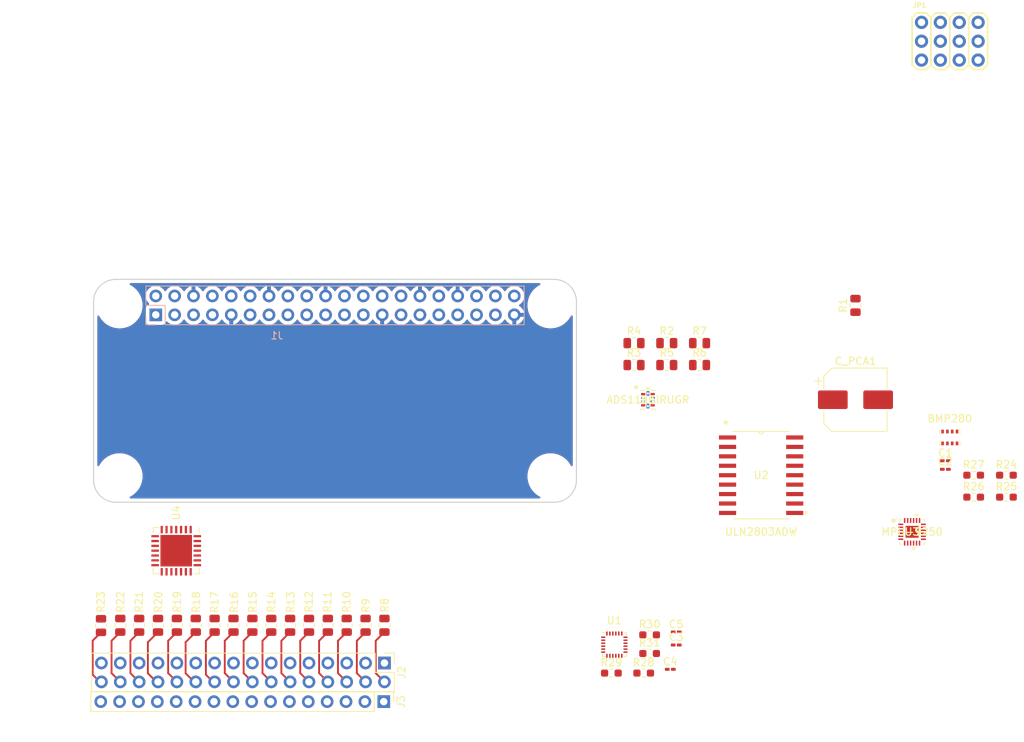
<source format=kicad_pcb>
(kicad_pcb (version 20211014) (generator pcbnew)
  (title_block (title "ArduPi") (date "2022-05-31") (rev "0.1") (comment 1 "This is based of OPAL reference design"))
  (layers (0 "F.Cu" signal) (31 "B.Cu" signal) (34 "B.Paste" user) (35 "F.Paste" user) (36 "B.SilkS" user "B.Silkscreen") (37 "F.SilkS" user "F.Silkscreen") (38 "B.Mask" user) (39 "F.Mask" user) (44 "Edge.Cuts" user))
  (net 0 "")
  (net 1 "+3V3")
  (net 2 "+5V")
  (net 3 "GND")
  (net 4 "/GPIO4_GPIO_GCLK")
  (net 5 "/GPIO14_TXD0")
  (net 6 "/GPIO15_RXD0")
  (net 7 "/GPIO17_GEN0")
  (net 8 "/GPIO18_GEN1")
  (net 9 "/GPIO27_GEN2")
  (net 10 "/GPIO22_GEN3")
  (net 11 "/GPIO23_GEN4")
  (net 12 "/GPIO24_GEN5")
  (net 13 "/GPIO25_GEN6")
  (net 14 "/ID_SD")
  (net 15 "/ID_SC")
  (net 16 "/GPIO5")
  (net 17 "/GPIO6")
  (net 18 "/GPIO12")
  (net 19 "/GPIO13")
  (net 20 "/GPIO19")
  (net 21 "/GPIO16")
  (net 22 "/GPIO26")
  (net 23 "/GPIO20")
  (net 24 "/GPIO21")
  (net 43 "Net-(U3-Pad1)")
  (net 50 "Net-(U3-Pad18)")
  (net 56 "Net-(J2-Pad1)")
  (net 64 "/SDA1")
  (net 65 "/SCL1")
  (net 66 "/PWM1")
  (net 67 "Net-(R5-Pad1)")
  (net 68 "/PWM2")
  (net 69 "Net-(R8-Pad2)")
  (net 70 "/PWM3")
  (net 71 "Net-(R9-Pad2)")
  (net 72 "/PWM4")
  (net 73 "Net-(R10-Pad2)")
  (net 74 "/PWM5")
  (net 75 "Net-(R11-Pad2)")
  (net 76 "/PWM6")
  (net 77 "Net-(R12-Pad2)")
  (net 78 "/PWM7")
  (net 79 "Net-(R13-Pad2)")
  (net 80 "/PWM8")
  (net 81 "Net-(R14-Pad2)")
  (net 82 "/PWM9")
  (net 83 "Net-(R15-Pad2)")
  (net 84 "/PWM10")
  (net 85 "Net-(R16-Pad2)")
  (net 86 "/PWM11")
  (net 87 "Net-(R17-Pad2)")
  (net 88 "/PWM12")
  (net 89 "Net-(R18-Pad2)")
  (net 90 "/PWM13")
  (net 91 "Net-(R19-Pad2)")
  (net 92 "/PWM14")
  (net 93 "Net-(R20-Pad2)")
  (net 94 "/PWM15")
  (net 95 "Net-(R21-Pad2)")
  (net 96 "/PWM16")
  (net 97 "Net-(R22-Pad2)")
  (net 98 "Net-(R1-Pad1)")
  (net 99 "Net-(R2-Pad1)")
  (net 100 "Net-(R3-Pad1)")
  (net 101 "Net-(R4-Pad1)")
  (net 102 "Net-(R6-Pad1)")
  (net 103 "Net-(R7-Pad1)")
  (net 104 "/+V_SRVO")
  (net 105 "Net-(J3-Pad1)")
  (net 106 "Net-(R23-Pad2)")
  (net 107 "/+3.3V")
  (net 108 "/SPI_CE1_N")
  (net 109 "/SPI_MOSI")
  (net 110 "/SPI_SCLK")
  (net 111 "/SPI_MISO")
  (net 112 "Net-(C3-Pad1)")
  (net 113 "/SPI_CE0_N")
  (footprint "lib:MountingHole_2.7mm_M2.5_uHAT_RPi" (layer "F.Cu") (at 121.032 94.568)
    (fp_text reference "H1" hide)
    (fp_text value "MountingHole" hide)
  )
  (footprint "lib:MountingHole_2.7mm_M2.5_uHAT_RPi" (layer "F.Cu") (at 179.032 94.568)
    (fp_text reference "H2" hide)
    (fp_text value "MountingHole" hide)
  )
  (footprint "lib:MountingHole_2.7mm_M2.5_uHAT_RPi" (layer "F.Cu") (at 179.032 117.568)
    (fp_text reference "H3" hide)
    (fp_text value "MountingHole" hide)
  )
  (footprint "lib:MountingHole_2.7mm_M2.5_uHAT_RPi" (layer "F.Cu") (at 121.032 117.568)
    (fp_text reference "H4" hide)
    (fp_text value "MountingHole" hide)
  )
  (footprint "Capacitor_SMD:C_0201_0603Metric_Pad0.64x0.40mm_HandSolder" (layer "F.Cu") (at 232.189098 116.633091)
    (fp_text reference "C2")
    (fp_text value "1uF")
  )
  (footprint "Resistor_SMD:R_0805_2012Metric" (layer "F.Cu") (at 149.063317 137.629114 90)
    (fp_text reference "R11")
    (fp_text value "220 Ω")
  )
  (footprint "Resistor_SMD:R_0805_2012Metric" (layer "F.Cu") (at 126.203317 137.629114 90)
    (fp_text reference "R20")
    (fp_text value "220 Ω")
  )
  (footprint "mpu9250:mpu9250" (layer "F.Cu") (at 227.712 125.048)
    (fp_text reference "U3")
    (fp_text value "MPU-9250")
  )
  (footprint "uln2803ADW:ULN2803ADW" (layer "F.Cu") (at 207.392 117.428)
    (fp_text reference "U2")
    (fp_text value "ULN2803ADW")
  )
  (footprint "Resistor_SMD:R_0805_2012Metric" (layer "F.Cu") (at 131.283317 137.629114 90)
    (fp_text reference "R18")
    (fp_text value "220 Ω")
  )
  (footprint "Resistor_SMD:R_0805_2012Metric" (layer "F.Cu") (at 151.603317 137.629114 90)
    (fp_text reference "R10")
    (fp_text value "220 Ω")
  )
  (footprint "Resistor_SMD:R_0603_1608Metric_Pad0.98x0.95mm_HandSolder" (layer "F.Cu") (at 240.412 117.428)
    (fp_text reference "R24")
    (fp_text value "4.7KΩ")
  )
  (footprint "Resistor_SMD:R_0805_2012Metric" (layer "F.Cu") (at 138.903317 137.629114 90)
    (fp_text reference "R15")
    (fp_text value "220 Ω")
  )
  (footprint "Resistor_SMD:R_0603_1608Metric_Pad0.98x0.95mm_HandSolder" (layer "F.Cu") (at 192.382 138.918)
    (fp_text reference "R30")
    (fp_text value "4.7KΩ")
  )
  (footprint "Resistor_SMD:R_0805_2012Metric" (layer "F.Cu") (at 154.143317 137.629114 90)
    (fp_text reference "R9")
    (fp_text value "220 Ω")
  )
  (footprint "Adafruit PCA9685 rev C:3X04" (layer "F.Cu") (at 232.792 59.008)
    (fp_text reference "JP1")
    (fp_text value "HEADER-3X04")
  )
  (footprint "Capacitor_SMD:CP_Elec_8x5.4" (layer "F.Cu") (at 220.092 107.268)
    (fp_text reference "C_PCA1")
    (fp_text value "10uF")
  )
  (footprint "Resistor_SMD:R_0805_2012Metric" (layer "F.Cu") (at 123.663317 137.629114 90)
    (fp_text reference "R21")
    (fp_text value "220 Ω")
  )
  (footprint "Resistor_SMD:R_0805_2012Metric" (layer "F.Cu") (at 121.123317 137.629114 90)
    (fp_text reference "R22")
    (fp_text value "220 Ω")
  )
  (footprint "Resistor_SMD:R_0805_2012Metric" (layer "F.Cu") (at 133.823317 137.629114 90)
    (fp_text reference "R17")
    (fp_text value "220 Ω")
  )
  (footprint "Capacitor_SMD:C_0201_0603Metric_Pad0.64x0.40mm_HandSolder" (layer "F.Cu") (at 195.962 138.538)
    (fp_text reference "C5")
    (fp_text value "1uF")
  )
  (footprint "Resistor_SMD:R_0603_1608Metric_Pad0.98x0.95mm_HandSolder" (layer "F.Cu") (at 236.002 120.378)
    (fp_text reference "R26")
    (fp_text value "10KΩ")
  )
  (footprint "Resistor_SMD:R_0805_2012Metric" (layer "F.Cu") (at 146.523317 137.629114 90)
    (fp_text reference "R12")
    (fp_text value "220 Ω")
  )
  (footprint "Resistor_SMD:R_0805_2012Metric" (layer "F.Cu") (at 190.282 99.648)
    (fp_text reference "R4")
    (fp_text value "0 Ohm")
  )
  (footprint "Resistor_SMD:R_0603_1608Metric_Pad0.98x0.95mm_HandSolder" (layer "F.Cu") (at 192.382 141.428)
    (fp_text reference "R31")
    (fp_text value "10KΩ")
  )
  (footprint "Resistor_SMD:R_0603_1608Metric_Pad0.98x0.95mm_HandSolder" (layer "F.Cu") (at 187.232 144.068)
    (fp_text reference "R29")
    (fp_text value "4.7KΩ")
  )
  (footprint "Resistor_SMD:R_0805_2012Metric" (layer "F.Cu") (at 194.692 102.598)
    (fp_text reference "R5")
    (fp_text value "0 Ohm")
  )
  (footprint "Package_LGA:Bosch_LGA-8_2x2.5mm_P0.65mm_ClockwisePinNumbering" (layer "F.Cu") (at 232.792 112.348)
    (fp_text reference "BMP280")
    (fp_text value "BMP280")
  )
  (footprint "Resistor_SMD:R_0805_2012Metric" (layer "F.Cu") (at 136.363317 137.629114 90)
    (fp_text reference "R16")
    (fp_text value "220 Ω")
  )
  (footprint "Resistor_SMD:R_0805_2012Metric" (layer "F.Cu") (at 199.102 99.648)
    (fp_text reference "R7")
    (fp_text value "0 Ohm")
  )
  (footprint "Capacitor_SMD:C_0201_0603Metric_Pad0.64x0.40mm_HandSolder" (layer "F.Cu") (at 195.162 143.558)
    (fp_text reference "C4")
    (fp_text value "0.01uF")
  )
  (footprint "Resistor_SMD:R_0805_2012Metric" (layer "F.Cu") (at 143.983317 137.629114 90)
    (fp_text reference "R13")
    (fp_text value "220 Ω")
  )
  (footprint "Resistor_SMD:R_0805_2012Metric" (layer "F.Cu") (at 128.743317 137.629114 90)
    (fp_text reference "R19")
    (fp_text value "220 Ω")
  )
  (footprint "Package_DFN_QFN:QFN-28-1EP_6x6mm_P0.65mm_EP4.25x4.25mm" (layer "F.Cu") (at 128.652 127.588 -90)
    (fp_text reference "U4")
    (fp_text value "PCA9685BS")
  )
  (footprint "Resistor_SMD:R_0603_1608Metric_Pad0.98x0.95mm_HandSolder" (layer "F.Cu") (at 191.582 144.068)
    (fp_text reference "R28")
    (fp_text value "10KΩ")
  )
  (footprint "Connector_PinHeader_2.54mm:PinHeader_1x16_P2.54mm_Vertical" (layer "F.Cu") (at 156.592 147.908 -90)
    (fp_text reference "J3")
    (fp_text value "Conn_01x16")
  )
  (footprint "Resistor_SMD:R_0603_1608Metric_Pad0.98x0.95mm_HandSolder" (layer "F.Cu") (at 240.412 120.378)
    (fp_text reference "R25")
    (fp_text value "4.7KΩ")
  )
  (footprint "Resistor_SMD:R_0603_1608Metric_Pad0.98x0.95mm_HandSolder" (layer "F.Cu") (at 236.002 117.428)
    (fp_text reference "R27")
    (fp_text value "4.7KΩ")
  )
  (footprint "Connector_PinHeader_2.54mm:PinHeader_2x16_P2.54mm_Vertical" (layer "F.Cu") (at 156.683317 142.709114 -90)
    (fp_text reference "J2")
    (fp_text value "Conn_02x16_Top_Bottom")
  )
  (footprint "Resistor_SMD:R_0805_2012Metric" (layer "F.Cu") (at 141.443317 137.629114 90)
    (fp_text reference "R14")
    (fp_text value "220 Ω")
  )
  (footprint "Resistor_SMD:R_0805_2012Metric" (layer "F.Cu") (at 220.092 94.568 90)
    (fp_text reference "R1")
    (fp_text value "10K")
  )
  (footprint "Resistor_SMD:R_0805_2012Metric" (layer "F.Cu") (at 118.530232 137.665653 90)
    (fp_text reference "R23")
    (fp_text value "220 Ω")
  )
  (footprint "ADS1115IRUGR:ADS1115IRUGR" (layer "F.Cu") (at 192.152 107.268)
    (fp_text reference "U6")
    (fp_text value "ADS1115IRUGR")
  )
  (footprint "Sensor_Motion:InvenSense_QFN-24_3x3mm_P0.4mm" (layer "F.Cu") (at 187.632 140.238)
    (fp_text reference "U1")
    (fp_text value "MPU-9250")
  )
  (footprint "Resistor_SMD:R_0805_2012Metric" (layer "F.Cu") (at 190.282 102.598)
    (fp_text reference "R3")
    (fp_text value "0 Ohm")
  )
  (footprint "Resistor_SMD:R_0805_2012Metric" (layer "F.Cu") (at 156.683317 137.629114 90)
    (fp_text reference "R8")
    (fp_text value "220 Ω")
  )
  (footprint "Capacitor_SMD:C_0201_0603Metric_Pad0.64x0.40mm_HandSolder" (layer "F.Cu") (at 195.962 140.288)
    (fp_text reference "C3")
    (fp_text value "0.1uF")
  )
  (footprint "Capacitor_SMD:C_0201_0603Metric_Pad0.64x0.40mm_HandSolder" (layer "F.Cu") (at 232.183721 115.479688)
    (fp_text reference "C1")
    (fp_text value "0.1uF")
  )
  (footprint "Resistor_SMD:R_0805_2012Metric" (layer "F.Cu") (at 194.692 99.648)
    (fp_text reference "R2")
    (fp_text value "0 Ohm")
  )
  (footprint "Resistor_SMD:R_0805_2012Metric" (layer "F.Cu") (at 199.102 102.598)
    (fp_text reference "R6")
    (fp_text value "0 Ohm")
  )
  (footprint "lib:PinSocket_2x20_P2.54mm_Vertical_Centered_Anchor" (layer "B.Cu") (at 125.902 95.838 -90)
    (fp_text reference "J1")
    (fp_text value "GPIO_CONNECTOR")
  )
  (gr_line (start 121.032 121.068) (end 179.032 121.068) (layer "Edge.Cuts") (width 0.15))
  (gr_arc (start 179.532 91.068) (mid 181.65332 91.94668) (end 182.532 94.068) (layer "Edge.Cuts") (width 0.15))
  (gr_arc (start 182.532 118.068) (mid 181.65332 120.18932) (end 179.532 121.068) (layer "Edge.Cuts") (width 0.15))
  (gr_arc (start 120.532 121.068) (mid 118.41068 120.18932) (end 117.532 118.068) (layer "Edge.Cuts") (width 0.15))
  (gr_arc (start 117.532 94.068) (mid 118.41068 91.94668) (end 120.532 91.068) (layer "Edge.Cuts") (width 0.15))
  (gr_line (start 117.532 118.068) (end 117.532 94.068) (layer "Edge.Cuts") (width 0.15))
  (gr_line (start 120.532 91.068) (end 179.532 91.068) (layer "Edge.Cuts") (width 0.15))
  (gr_line (start 182.532 94.068) (end 182.532 118.068) (layer "Edge.Cuts") (width 0.15))
  (gr_line (start 179.032 121.068) (end 179.532 121.068) (layer "Edge.Cuts") (width 0.15))
  (gr_line (start 121.032 121.068) (end 120.532 121.068) (layer "Edge.Cuts") (width 0.15))
  (segment (start 156.683317 138.541614) (end 155.508806 139.716125) (width 0.25) (layer "F.Cu") (net 66))
  (segment (start 155.508806 139.716125) (end 155.508806 144.074603) (width 0.25) (layer "F.Cu") (net 66))
  (segment (start 155.508806 144.074603) (end 156.683317 145.249114) (width 0.25) (layer "F.Cu") (net 66))
  (segment (start 154.143317 138.541614) (end 152.968806 139.716125) (width 0.25) (layer "F.Cu") (net 68))
  (segment (start 152.968806 139.716125) (end 152.968806 144.074603) (width 0.25) (layer "F.Cu") (net 68))
  (segment (start 152.968806 144.074603) (end 154.143317 145.249114) (width 0.25) (layer "F.Cu") (net 68))
  (segment (start 150.428806 139.716125) (end 150.428806 144.074603) (width 0.25) (layer "F.Cu") (net 70))
  (segment (start 150.428806 144.074603) (end 151.603317 145.249114) (width 0.25) (layer "F.Cu") (net 70))
  (segment (start 151.603317 138.541614) (end 150.428806 139.716125) (width 0.25) (layer "F.Cu") (net 70))
  (segment (start 149.063317 138.541614) (end 147.888806 139.716125) (width 0.25) (layer "F.Cu") (net 72))
  (segment (start 147.888806 139.716125) (end 147.888806 144.074603) (width 0.25) (layer "F.Cu") (net 72))
  (segment (start 147.888806 144.074603) (end 149.063317 145.249114) (width 0.25) (layer "F.Cu") (net 72))
  (segment (start 146.523317 138.541614) (end 145.348806 139.716125) (width 0.25) (layer "F.Cu") (net 74))
  (segment (start 145.348806 139.716125) (end 145.348806 144.074603) (width 0.25) (layer "F.Cu") (net 74))
  (segment (start 145.348806 144.074603) (end 146.523317 145.249114) (width 0.25) (layer "F.Cu") (net 74))
  (segment (start 142.808806 144.074603) (end 143.983317 145.249114) (width 0.25) (layer "F.Cu") (net 76))
  (segment (start 142.808806 139.716125) (end 142.808806 144.074603) (width 0.25) (layer "F.Cu") (net 76))
  (segment (start 143.983317 138.541614) (end 142.808806 139.716125) (width 0.25) (layer "F.Cu") (net 76))
  (segment (start 140.268806 144.074603) (end 141.443317 145.249114) (width 0.25) (layer "F.Cu") (net 78))
  (segment (start 141.443317 138.541614) (end 140.268806 139.716125) (width 0.25) (layer "F.Cu") (net 78))
  (segment (start 140.268806 139.716125) (end 140.268806 144.074603) (width 0.25) (layer "F.Cu") (net 78))
  (segment (start 137.728806 139.716125) (end 137.728806 144.074603) (width 0.25) (layer "F.Cu") (net 80))
  (segment (start 137.728806 144.074603) (end 138.903317 145.249114) (width 0.25) (layer "F.Cu") (net 80))
  (segment (start 138.903317 138.541614) (end 137.728806 139.716125) (width 0.25) (layer "F.Cu") (net 80))
  (segment (start 135.188806 139.716125) (end 135.188806 144.074603) (width 0.25) (layer "F.Cu") (net 82))
  (segment (start 135.188806 144.074603) (end 136.363317 145.249114) (width 0.25) (layer "F.Cu") (net 82))
  (segment (start 136.363317 138.541614) (end 135.188806 139.716125) (width 0.25) (layer "F.Cu") (net 82))
  (segment (start 132.648806 144.284806) (end 133.732 145.368) (width 0.25) (layer "F.Cu") (net 84))
  (segment (start 132.648806 139.716125) (end 132.648806 144.284806) (width 0.25) (layer "F.Cu") (net 84))
  (segment (start 133.823317 138.541614) (end 132.648806 139.716125) (width 0.25) (layer "F.Cu") (net 84))
  (segment (start 131.283317 138.541614) (end 129.917828 139.907103) (width 0.25) (layer "F.Cu") (net 86))
  (segment (start 129.917828 144.093828) (end 131.192 145.368) (width 0.25) (layer "F.Cu") (net 86))
  (segment (start 129.917828 139.907103) (end 129.917828 144.093828) (width 0.25) (layer "F.Cu") (net 86))
  (segment (start 127.568806 139.716125) (end 127.568806 144.074603) (width 0.25) (layer "F.Cu") (net 88))
  (segment (start 128.743317 138.541614) (end 127.568806 139.716125) (width 0.25) (layer "F.Cu") (net 88))
  (segment (start 127.568806 144.074603) (end 128.743317 145.249114) (width 0.25) (layer "F.Cu") (net 88))
  (segment (start 126.203317 138.541614) (end 124.837828 139.907103) (width 0.25) (layer "F.Cu") (net 90))
  (segment (start 126.112 145.368) (end 126.203317 145.276683) (width 0.25) (layer "F.Cu") (net 90))
  (segment (start 124.837828 144.093828) (end 126.112 145.368) (width 0.25) (layer "F.Cu") (net 90))
  (segment (start 126.203317 145.276683) (end 126.203317 145.249114) (width 0.25) (layer "F.Cu") (net 90))
  (segment (start 124.837828 139.907103) (end 124.837828 144.093828) (width 0.25) (layer "F.Cu") (net 90))
  (segment (start 122.488806 144.074603) (end 122.488806 139.716125) (width 0.25) (layer "F.Cu") (net 92))
  (segment (start 123.663317 145.249114) (end 122.488806 144.074603) (width 0.25) (layer "F.Cu") (net 92))
  (segment (start 122.488806 139.716125) (end 123.663317 138.541614) (width 0.25) (layer "F.Cu") (net 92))
  (segment (start 119.948806 144.074603) (end 121.123317 145.249114) (width 0.25) (layer "F.Cu") (net 94))
  (segment (start 119.948806 139.716125) (end 119.948806 144.074603) (width 0.25) (layer "F.Cu") (net 94))
  (segment (start 121.123317 138.541614) (end 119.948806 139.716125) (width 0.25) (layer "F.Cu") (net 94))
  (segment (start 117.408806 139.699579) (end 117.408806 144.284806) (width 0.25) (layer "F.Cu") (net 96))
  (segment (start 117.408806 144.284806) (end 118.492 145.368) (width 0.25) (layer "F.Cu") (net 96))
  (segment (start 118.530232 138.578153) (end 117.408806 139.699579) (width 0.25) (layer "F.Cu") (net 96))
  (zone (net 3) (net_name "GND") (layer "F.Cu") (connect_pads (clearance 0.508)) (min_thickness 0.254) (fill yes (thermal_gap 0.508) (thermal_bridge_width 0.508))
    (polygon (pts (xy 115.952 89.488) (xy 115.952 122) (xy 183.516 122) (xy 183.516 89.488)))
  )
  (zone (net 3) (net_name "GND") (layer "B.Cu") (connect_pads (clearance 0.508)) (min_thickness 0.254) (fill yes (thermal_gap 0.508) (thermal_bridge_width 0.508))
    (polygon (pts (xy 115.952 89.488) (xy 115.952 122) (xy 183.516 122) (xy 183.516 89.488)))
  )
)
</source>
